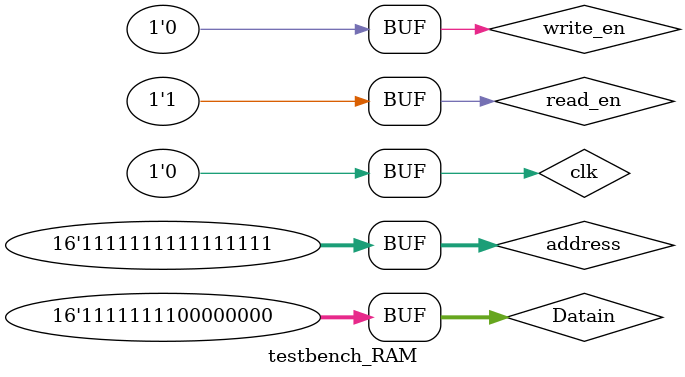
<source format=v>
`timescale 1us/10ns

module testbench_RAM();

reg clk;            
reg [15:0] address;
reg read_en; 
reg write_en;
wire [15:0] DataOut;
reg [15:0] Datain;

ram_module dut(.ADDBUS(address),.DATAIN(Datain), .DATAOUT(DataOut),.clk(clk),.WR(write_en), .RD(read_en));

always // CLOCK
	begin
		clk = 1; #50; clk = 0; #50;
	end

initial begin

#50
address = 16'h0000; Datain = 16'h00FF; read_en = 0;  write_en = 1; #100;
address = 16'h0001; Datain = 16'hFF00; read_en = 0;  write_en = 1; #100;
address = 16'h0001; read_en = 1;  write_en = 0; #100;
address = 16'h0000; read_en = 1;  write_en = 0; #100;

address = 16'hFFFF; Datain = 16'h00FF; read_en = 0;  write_en = 1; #100;
address = 16'hFFFE; Datain = 16'hFF00; read_en = 0;  write_en = 1; #100;
address = 16'hFFFE; read_en = 1;  write_en = 0; #100;
address = 16'hFFFF; read_en = 1;  write_en = 0;

end
endmodule
</source>
